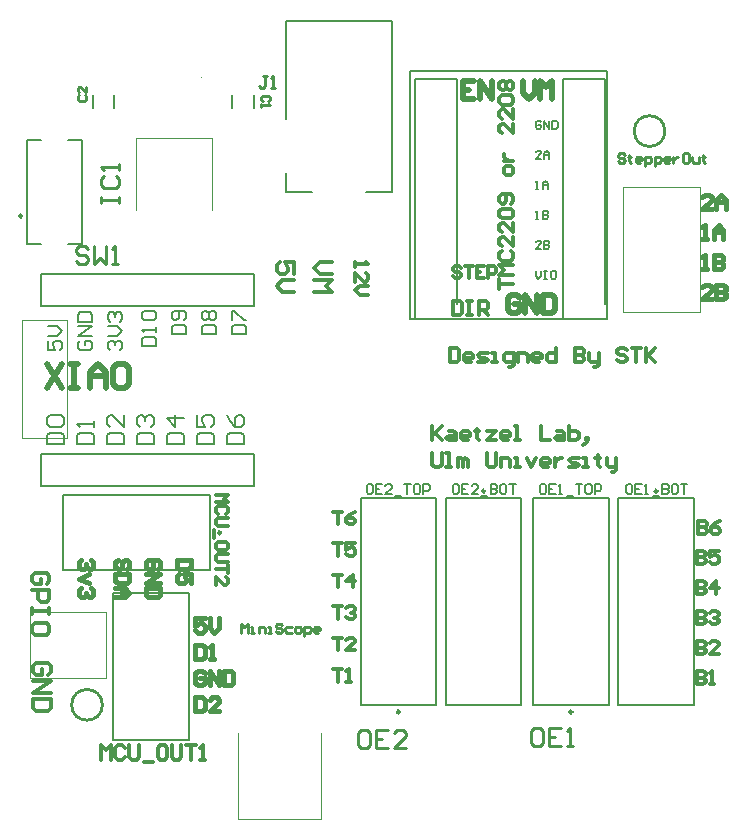
<source format=gbr>
%TF.GenerationSoftware,Altium Limited,Altium Designer,22.7.1 (60)*%
G04 Layer_Color=65535*
%FSLAX45Y45*%
%MOMM*%
%TF.SameCoordinates,61DBAAF2-DE87-4E8A-AD11-02536D302051*%
%TF.FilePolarity,Positive*%
%TF.FileFunction,Legend,Top*%
%TF.Part,Single*%
G01*
G75*
%TA.AperFunction,NonConductor*%
%ADD59C,0.25000*%
%ADD60C,0.06800*%
%ADD61C,0.20000*%
%ADD62C,0.25400*%
%ADD63C,0.10000*%
%ADD64C,0.35000*%
%ADD65C,0.40000*%
%ADD66C,0.30000*%
%ADD67C,0.50000*%
D59*
X764858Y5505500D02*
G03*
X764858Y5505500I-12500J0D01*
G01*
X1868535Y2391250D02*
G03*
X1868535Y2391250I-12500J0D01*
G01*
X2447535Y2823251D02*
G03*
X2447535Y2823251I-12500J0D01*
G01*
X4684476Y3175485D02*
G03*
X4684476Y3175485I-12500J0D01*
G01*
X3962160Y1305485D02*
G03*
X3962160Y1305485I-12500J0D01*
G01*
X5422660D02*
G03*
X5422660Y1305485I-12500J0D01*
G01*
X6144976Y3175485D02*
G03*
X6144976Y3175485I-12500J0D01*
G01*
D60*
X2281084Y6679849D02*
G03*
X2281084Y6673049I0J-3400D01*
G01*
D02*
G03*
X2281084Y6679849I0J3400D01*
G01*
D61*
X2942284Y1985749D02*
G03*
X2942284Y1975749I0J-5000D01*
G01*
D02*
G03*
X2942284Y1985749I0J5000D01*
G01*
D02*
G03*
X2942284Y1975749I0J-5000D01*
G01*
X4048904Y6735060D02*
X5715194D01*
X4048904Y4635060D02*
X5715194D01*
X4048904D02*
Y6735060D01*
X5715194Y4635060D02*
Y6735060D01*
X1542358Y6532000D02*
X1542359Y6422000D01*
X1362358Y6532000D02*
X1362358Y6422000D01*
X2725250Y6422000D02*
Y6532000D01*
X2545250Y6422000D02*
Y6532000D01*
X1154858Y5265500D02*
X1274858Y5265501D01*
X1274858Y6145500D02*
X1274858Y5265501D01*
X1154858Y6145500D02*
X1274858D01*
X804858Y5265501D02*
X924858D01*
X804858Y6145501D02*
X924858Y6145500D01*
X804858Y5265501D02*
Y6145501D01*
X5695960Y6667501D02*
X5695961Y4762500D01*
X5339961Y6667499D02*
X5695960Y6667501D01*
X5339961Y6667499D02*
X5339961Y4635501D01*
X5517961Y4635500D01*
X4443961Y6667501D02*
X4443962Y4762499D01*
X4087960Y6667499D02*
X4443961Y6667501D01*
X4087960Y6667499D02*
X4087962Y4635500D01*
X4265960Y4635499D01*
X2994785Y5866001D02*
X2994785Y5706001D01*
Y7156001D02*
X2994786Y6326001D01*
X2994785Y5706001D02*
X3214785Y5706000D01*
X3674785Y5706002D02*
X3894785Y5706002D01*
X2994785Y7156001D02*
X3894785D01*
X3894785Y5706002D02*
X3894785Y7156001D01*
X1533534Y1063749D02*
X2173535Y1063750D01*
X2173536Y2313751D01*
X1533535Y2313751D02*
X2173536Y2313751D01*
X1533534Y1063749D02*
X1533535Y2313751D01*
X1107535Y3145751D02*
X2357535Y3145750D01*
X2357535Y2505750D02*
X2357535Y3145750D01*
X1107535Y2505750D02*
X2357535Y2505750D01*
X1107535Y2505750D02*
Y3145751D01*
X920800Y3216940D02*
X2728800D01*
X920800D02*
Y3485940D01*
X2728800Y3485940D01*
X2728800Y3216940D02*
X2728800Y3485940D01*
X920800Y4741767D02*
X2728800D01*
X920800D02*
X920801Y5010767D01*
X2728800Y5010767D01*
X2728800Y4741767D01*
X4351975Y1365485D02*
Y3115485D01*
X4991976D01*
Y1365485D02*
Y3115485D01*
X4351975Y1365485D02*
X4991976D01*
X4269661Y1365484D02*
X4269661Y3115484D01*
X3629660Y1365485D02*
X4269661Y1365484D01*
X3629660Y1365485D02*
Y3115485D01*
X4269661Y3115484D01*
X5730161Y1365484D02*
X5730161Y3115484D01*
X5090160Y1365485D02*
X5730161Y1365484D01*
X5090160Y1365485D02*
Y3115485D01*
X5730161Y3115484D01*
X5812475Y1365485D02*
Y3115485D01*
X6452476D01*
Y1365485D02*
Y3115485D01*
X5812475Y1365485D02*
X6452476D01*
X5112034Y5481000D02*
X5135360D01*
X5123697D01*
Y5550977D01*
X5112034Y5539315D01*
X5170349Y5550977D02*
Y5481000D01*
X5205338D01*
X5217001Y5492663D01*
Y5504326D01*
X5205338Y5515989D01*
X5170349D01*
X5205338D01*
X5217001Y5527652D01*
Y5539315D01*
X5205338Y5550977D01*
X5170349D01*
X5158686Y5227000D02*
X5112034D01*
X5158686Y5273652D01*
Y5285315D01*
X5147023Y5296977D01*
X5123697D01*
X5112034Y5285315D01*
X5182012Y5296977D02*
Y5227000D01*
X5217001D01*
X5228664Y5238663D01*
Y5250326D01*
X5217001Y5261989D01*
X5182012D01*
X5217001D01*
X5228664Y5273652D01*
Y5285315D01*
X5217001Y5296977D01*
X5182012D01*
X5112034Y5042977D02*
Y4996326D01*
X5135360Y4973000D01*
X5158686Y4996326D01*
Y5042977D01*
X5182012D02*
X5205338D01*
X5193675D01*
Y4973000D01*
X5182012D01*
X5205338D01*
X5275315Y5042977D02*
X5251989D01*
X5240327Y5031315D01*
Y4984663D01*
X5251989Y4973000D01*
X5275315D01*
X5286978Y4984663D01*
Y5031315D01*
X5275315Y5042977D01*
X5112034Y5735000D02*
X5135360D01*
X5123697D01*
Y5804977D01*
X5112034Y5793315D01*
X5170349Y5735000D02*
Y5781652D01*
X5193675Y5804977D01*
X5217001Y5781652D01*
Y5735000D01*
Y5769989D01*
X5170349D01*
X5158686Y5989000D02*
X5112034D01*
X5158686Y6035652D01*
Y6047315D01*
X5147023Y6058977D01*
X5123697D01*
X5112034Y6047315D01*
X5182012Y5989000D02*
Y6035652D01*
X5205338Y6058977D01*
X5228664Y6035652D01*
Y5989000D01*
Y6023989D01*
X5182012D01*
X5158686Y6301315D02*
X5147023Y6312977D01*
X5123697D01*
X5112034Y6301315D01*
Y6254663D01*
X5123697Y6243000D01*
X5147023D01*
X5158686Y6254663D01*
Y6277989D01*
X5135360D01*
X5182012Y6243000D02*
Y6312977D01*
X5228664Y6243000D01*
Y6312977D01*
X5251989D02*
Y6243000D01*
X5286978D01*
X5298641Y6254663D01*
Y6301315D01*
X5286978Y6312977D01*
X5251989D01*
X2495398Y3571257D02*
X2645350D01*
Y3646233D01*
X2620358Y3671225D01*
X2520390D01*
X2495398Y3646233D01*
Y3571257D01*
Y3821176D02*
X2520390Y3771193D01*
X2570374Y3721209D01*
X2620358D01*
X2645350Y3746201D01*
Y3796184D01*
X2620358Y3821176D01*
X2595366D01*
X2570374Y3796184D01*
Y3721209D01*
X2241399Y3571257D02*
X2391350D01*
Y3646233D01*
X2366358Y3671225D01*
X2266390D01*
X2241399Y3646233D01*
Y3571257D01*
Y3821176D02*
Y3721208D01*
X2316374D01*
X2291383Y3771192D01*
Y3796184D01*
X2316374Y3821176D01*
X2366358D01*
X2391350Y3796184D01*
Y3746200D01*
X2366358Y3721208D01*
X1987399Y3571257D02*
X2137350D01*
Y3646233D01*
X2112358Y3671225D01*
X2012390D01*
X1987399Y3646233D01*
Y3571257D01*
X2137350Y3796184D02*
X1987399D01*
X2062374Y3721208D01*
Y3821176D01*
X1733399Y3571257D02*
X1883350D01*
Y3646233D01*
X1858358Y3671225D01*
X1758390D01*
X1733399Y3646233D01*
Y3571257D01*
X1758390Y3721208D02*
X1733399Y3746200D01*
Y3796184D01*
X1758390Y3821176D01*
X1783383D01*
X1808374Y3796184D01*
Y3771192D01*
Y3796184D01*
X1833366Y3821176D01*
X1858358D01*
X1883350Y3796184D01*
Y3746200D01*
X1858358Y3721208D01*
X1479398Y3571257D02*
X1629350D01*
Y3646232D01*
X1604358Y3671224D01*
X1504390D01*
X1479398Y3646232D01*
Y3571257D01*
X1629350Y3821176D02*
Y3721208D01*
X1529382Y3821176D01*
X1504390D01*
X1479398Y3796184D01*
Y3746200D01*
X1504390Y3721208D01*
X1225399Y3571257D02*
X1375350D01*
Y3646233D01*
X1350358Y3671225D01*
X1250390D01*
X1225399Y3646233D01*
Y3571257D01*
X1375350Y3721208D02*
Y3771192D01*
Y3746200D01*
X1225399D01*
X1250390Y3721208D01*
X971399Y3571257D02*
X1121351D01*
Y3646233D01*
X1096359Y3671225D01*
X996391D01*
X971399Y3646233D01*
Y3571257D01*
X996391Y3721209D02*
X971399Y3746201D01*
Y3796184D01*
X996391Y3821176D01*
X1096359D01*
X1121351Y3796184D01*
Y3746201D01*
X1096359Y3721209D01*
X996391D01*
X2539073Y4501468D02*
X2659034D01*
Y4561448D01*
X2639041Y4581442D01*
X2559067D01*
X2539073Y4561448D01*
Y4501468D01*
Y4621429D02*
Y4701403D01*
X2559067D01*
X2639041Y4621429D01*
X2659034D01*
X2285073Y4501468D02*
X2405035D01*
Y4561448D01*
X2385041Y4581442D01*
X2305067D01*
X2285073Y4561448D01*
Y4501468D01*
X2305067Y4621429D02*
X2285073Y4641423D01*
Y4681409D01*
X2305067Y4701403D01*
X2325060D01*
X2345054Y4681409D01*
X2365048Y4701403D01*
X2385041D01*
X2405035Y4681409D01*
Y4641423D01*
X2385041Y4621429D01*
X2365048D01*
X2345054Y4641423D01*
X2325060Y4621429D01*
X2305067D01*
X2345054Y4641423D02*
Y4681409D01*
X2031073Y4501468D02*
X2151035D01*
Y4561448D01*
X2131041Y4581442D01*
X2051067D01*
X2031073Y4561448D01*
Y4501468D01*
X2131041Y4621429D02*
X2151035Y4641423D01*
Y4681409D01*
X2131041Y4701403D01*
X2051067D01*
X2031073Y4681409D01*
Y4641423D01*
X2051067Y4621429D01*
X2071060D01*
X2091054Y4641423D01*
Y4701403D01*
X1777073Y4401500D02*
X1897034D01*
Y4461480D01*
X1877041Y4481474D01*
X1797067D01*
X1777073Y4461480D01*
Y4401500D01*
X1897034Y4521461D02*
Y4561448D01*
Y4541454D01*
X1777073D01*
X1797067Y4521461D01*
Y4621429D02*
X1777073Y4641422D01*
Y4681409D01*
X1797067Y4701403D01*
X1877041D01*
X1897034Y4681409D01*
Y4641422D01*
X1877041Y4621429D01*
X1797067D01*
X1511317Y4369750D02*
X1491323Y4389743D01*
Y4429730D01*
X1511317Y4449724D01*
X1531310D01*
X1551304Y4429730D01*
Y4409737D01*
Y4429730D01*
X1571297Y4449724D01*
X1591291D01*
X1611284Y4429730D01*
Y4389743D01*
X1591291Y4369750D01*
X1491323Y4489711D02*
X1571297D01*
X1611284Y4529698D01*
X1571297Y4569685D01*
X1491323D01*
X1511317Y4609672D02*
X1491323Y4629666D01*
Y4669653D01*
X1511317Y4689646D01*
X1531310D01*
X1551304Y4669653D01*
Y4649659D01*
Y4669653D01*
X1571297Y4689646D01*
X1591291D01*
X1611284Y4669653D01*
Y4629666D01*
X1591291Y4609672D01*
X1257317Y4449724D02*
X1237323Y4429730D01*
Y4389743D01*
X1257317Y4369750D01*
X1337291D01*
X1357284Y4389743D01*
Y4429730D01*
X1337291Y4449724D01*
X1297304D01*
Y4409737D01*
X1357284Y4489711D02*
X1237323D01*
X1357284Y4569685D01*
X1237323D01*
Y4609672D02*
X1357284D01*
Y4669653D01*
X1337291Y4689646D01*
X1257317D01*
X1237323Y4669653D01*
Y4609672D01*
X983323Y4449724D02*
Y4369750D01*
X1043304D01*
X1023310Y4409737D01*
Y4429730D01*
X1043304Y4449724D01*
X1083291D01*
X1103284Y4429730D01*
Y4389743D01*
X1083291Y4369750D01*
X983323Y4489711D02*
X1063297D01*
X1103284Y4529698D01*
X1063297Y4569685D01*
X983323D01*
X3720389Y3231280D02*
X3693730D01*
X3680401Y3217951D01*
Y3164635D01*
X3693730Y3151306D01*
X3720389D01*
X3733717Y3164635D01*
Y3217951D01*
X3720389Y3231280D01*
X3813692D02*
X3760376D01*
Y3151306D01*
X3813692D01*
X3760376Y3191293D02*
X3787034D01*
X3893666Y3151306D02*
X3840350D01*
X3893666Y3204622D01*
Y3217951D01*
X3880337Y3231280D01*
X3853679D01*
X3840350Y3217951D01*
X3920324Y3137976D02*
X3973640D01*
X4000298Y3231280D02*
X4053614D01*
X4026956D01*
Y3151306D01*
X4120259Y3231280D02*
X4093601D01*
X4080272Y3217951D01*
Y3164635D01*
X4093601Y3151306D01*
X4120259D01*
X4133588Y3164635D01*
Y3217951D01*
X4120259Y3231280D01*
X4160246Y3151306D02*
Y3231280D01*
X4200234D01*
X4213563Y3217951D01*
Y3191293D01*
X4200234Y3177964D01*
X4160246D01*
X4450040Y3231280D02*
X4423382D01*
X4410053Y3217951D01*
Y3164635D01*
X4423382Y3151306D01*
X4450040D01*
X4463369Y3164635D01*
Y3217951D01*
X4450040Y3231280D01*
X4543343D02*
X4490027D01*
Y3151306D01*
X4543343D01*
X4490027Y3191293D02*
X4516685D01*
X4623317Y3151306D02*
X4570001D01*
X4623317Y3204622D01*
Y3217951D01*
X4609988Y3231280D01*
X4583330D01*
X4570001Y3217951D01*
X4649975Y3137976D02*
X4703291D01*
X4729949Y3231280D02*
Y3151306D01*
X4769937D01*
X4783266Y3164635D01*
Y3177964D01*
X4769937Y3191293D01*
X4729949D01*
X4769937D01*
X4783266Y3204622D01*
Y3217951D01*
X4769937Y3231280D01*
X4729949D01*
X4849911D02*
X4823253D01*
X4809924Y3217951D01*
Y3164635D01*
X4823253Y3151306D01*
X4849911D01*
X4863240Y3164635D01*
Y3217951D01*
X4849911Y3231280D01*
X4889898D02*
X4943214D01*
X4916556D01*
Y3151306D01*
X5917204Y3231280D02*
X5890546D01*
X5877217Y3217951D01*
Y3164635D01*
X5890546Y3151306D01*
X5917204D01*
X5930533Y3164635D01*
Y3217951D01*
X5917204Y3231280D01*
X6010507D02*
X5957191D01*
Y3151306D01*
X6010507D01*
X5957191Y3191293D02*
X5983849D01*
X6037165Y3151306D02*
X6063824D01*
X6050495D01*
Y3231280D01*
X6037165Y3217951D01*
X6103811Y3137976D02*
X6157127D01*
X6183785Y3231280D02*
Y3151306D01*
X6223772D01*
X6237101Y3164635D01*
Y3177964D01*
X6223772Y3191293D01*
X6183785D01*
X6223772D01*
X6237101Y3204622D01*
Y3217951D01*
X6223772Y3231280D01*
X6183785D01*
X6303746D02*
X6277088D01*
X6263759Y3217951D01*
Y3164635D01*
X6277088Y3151306D01*
X6303746D01*
X6317075Y3164635D01*
Y3217951D01*
X6303746Y3231280D01*
X6343733D02*
X6397049D01*
X6370391D01*
Y3151306D01*
X5187553Y3231280D02*
X5160895D01*
X5147566Y3217951D01*
Y3164635D01*
X5160895Y3151306D01*
X5187553D01*
X5200882Y3164635D01*
Y3217951D01*
X5187553Y3231280D01*
X5280856D02*
X5227540D01*
Y3151306D01*
X5280856D01*
X5227540Y3191293D02*
X5254198D01*
X5307514Y3151306D02*
X5334172D01*
X5320843D01*
Y3231280D01*
X5307514Y3217951D01*
X5374159Y3137976D02*
X5427476D01*
X5454134Y3231280D02*
X5507450D01*
X5480792D01*
Y3151306D01*
X5574095Y3231280D02*
X5547437D01*
X5534108Y3217951D01*
Y3164635D01*
X5547437Y3151306D01*
X5574095D01*
X5587424Y3164635D01*
Y3217951D01*
X5574095Y3231280D01*
X5614082Y3151306D02*
Y3231280D01*
X5654069D01*
X5667398Y3217951D01*
Y3191293D01*
X5654069Y3177964D01*
X5614082D01*
D62*
X1443785Y1365250D02*
G03*
X1443785Y1365250I-130000J0D01*
G01*
X6206285Y6223000D02*
G03*
X6206285Y6223000I-130000J0D01*
G01*
X1246674Y6528837D02*
X1235011Y6517174D01*
Y6493848D01*
X1246674Y6482185D01*
X1293325D01*
X1304988Y6493848D01*
Y6517174D01*
X1293325Y6528837D01*
X1304988Y6598815D02*
Y6552163D01*
X1258337Y6598815D01*
X1246674D01*
X1235011Y6587152D01*
Y6563826D01*
X1246674Y6552163D01*
X1320825Y5226033D02*
X1295433Y5251425D01*
X1244650D01*
X1219258Y5226033D01*
Y5200642D01*
X1244650Y5175250D01*
X1295433D01*
X1320825Y5149858D01*
Y5124467D01*
X1295433Y5099075D01*
X1244650D01*
X1219258Y5124467D01*
X1371608Y5251425D02*
Y5099075D01*
X1422392Y5149858D01*
X1473176Y5099075D01*
Y5251425D01*
X1523959Y5099075D02*
X1574743D01*
X1549351D01*
Y5251425D01*
X1523959Y5226033D01*
X3683042Y1155675D02*
X3632259D01*
X3606867Y1130283D01*
Y1028717D01*
X3632259Y1003325D01*
X3683042D01*
X3708434Y1028717D01*
Y1130283D01*
X3683042Y1155675D01*
X3860785D02*
X3759218D01*
Y1003325D01*
X3860785D01*
X3759218Y1079500D02*
X3810001D01*
X4013135Y1003325D02*
X3911568D01*
X4013135Y1104892D01*
Y1130283D01*
X3987744Y1155675D01*
X3936960D01*
X3911568Y1130283D01*
X5865655Y6021048D02*
X5852326Y6034377D01*
X5825668D01*
X5812339Y6021048D01*
Y6007719D01*
X5825668Y5994390D01*
X5852326D01*
X5865655Y5981061D01*
Y5967732D01*
X5852326Y5954403D01*
X5825668D01*
X5812339Y5967732D01*
X5905642Y6021048D02*
Y6007719D01*
X5892313D01*
X5918971D01*
X5905642D01*
Y5967732D01*
X5918971Y5954403D01*
X5998945D02*
X5972287D01*
X5958958Y5967732D01*
Y5994390D01*
X5972287Y6007719D01*
X5998945D01*
X6012274Y5994390D01*
Y5981061D01*
X5958958D01*
X6038932Y5927745D02*
Y6007719D01*
X6078920D01*
X6092248Y5994390D01*
Y5967732D01*
X6078920Y5954403D01*
X6038932D01*
X6118906Y5927745D02*
Y6007719D01*
X6158894D01*
X6172223Y5994390D01*
Y5967732D01*
X6158894Y5954403D01*
X6118906D01*
X6238868D02*
X6212210D01*
X6198881Y5967732D01*
Y5994390D01*
X6212210Y6007719D01*
X6238868D01*
X6252197Y5994390D01*
Y5981061D01*
X6198881D01*
X6278855Y6007719D02*
Y5954403D01*
Y5981061D01*
X6292184Y5994390D01*
X6305513Y6007719D01*
X6318842D01*
X6398816Y6034377D02*
X6372158D01*
X6358829Y6021048D01*
Y5967732D01*
X6372158Y5954403D01*
X6398816D01*
X6412145Y5967732D01*
Y6021048D01*
X6398816Y6034377D01*
X6438803Y6007719D02*
Y5967732D01*
X6452132Y5954403D01*
X6492119D01*
Y6007719D01*
X6532107Y6021048D02*
Y6007719D01*
X6518777D01*
X6545435D01*
X6532107D01*
Y5967732D01*
X6545435Y5954403D01*
X2619524Y1973592D02*
Y2053566D01*
X2646182Y2026908D01*
X2672840Y2053566D01*
Y1973592D01*
X2699498D02*
X2726156D01*
X2712827D01*
Y2026908D01*
X2699498D01*
X2766144Y1973592D02*
Y2026908D01*
X2806131D01*
X2819460Y2013579D01*
Y1973592D01*
X2846118D02*
X2872776D01*
X2859447D01*
Y2026908D01*
X2846118D01*
X2966079Y2040237D02*
X2952750Y2053566D01*
X2926092D01*
X2912763Y2040237D01*
Y2026908D01*
X2926092Y2013579D01*
X2952750D01*
X2966079Y2000250D01*
Y1986921D01*
X2952750Y1973592D01*
X2926092D01*
X2912763Y1986921D01*
X3046053Y2026908D02*
X3006066D01*
X2992737Y2013579D01*
Y1986921D01*
X3006066Y1973592D01*
X3046053D01*
X3086041D02*
X3112699D01*
X3126028Y1986921D01*
Y2013579D01*
X3112699Y2026908D01*
X3086041D01*
X3072711Y2013579D01*
Y1986921D01*
X3086041Y1973592D01*
X3152686Y1946934D02*
Y2026908D01*
X3192673D01*
X3206002Y2013579D01*
Y1986921D01*
X3192673Y1973592D01*
X3152686D01*
X3272647D02*
X3245989D01*
X3232660Y1986921D01*
Y2013579D01*
X3245989Y2026908D01*
X3272647D01*
X3285976Y2013579D01*
Y2000250D01*
X3232660D01*
X2837785Y6685734D02*
X2804462D01*
X2821123D01*
Y6602427D01*
X2804462Y6585766D01*
X2787801D01*
X2771139Y6602427D01*
X2871107Y6585766D02*
X2904430D01*
X2887769D01*
Y6685734D01*
X2871107Y6669073D01*
X1434359Y5618202D02*
Y5668985D01*
Y5643594D01*
X1586710D01*
Y5618202D01*
Y5668985D01*
X1459751Y5846728D02*
X1434359Y5821336D01*
Y5770553D01*
X1459751Y5745161D01*
X1561318D01*
X1586710Y5770553D01*
Y5821336D01*
X1561318Y5846728D01*
X1586710Y5897511D02*
Y5948295D01*
Y5922903D01*
X1434359D01*
X1459751Y5897511D01*
X2849076Y6477000D02*
X2860739Y6488663D01*
Y6511988D01*
X2849076Y6523651D01*
X2802424D01*
X2790761Y6511988D01*
Y6488663D01*
X2802424Y6477000D01*
X2790761Y6453674D02*
Y6430348D01*
Y6442011D01*
X2860739D01*
X2849076Y6453674D01*
X5147096Y1170512D02*
X5096313D01*
X5070921Y1145120D01*
Y1043553D01*
X5096313Y1018161D01*
X5147096D01*
X5172488Y1043553D01*
Y1145120D01*
X5147096Y1170512D01*
X5324839D02*
X5223272D01*
Y1018161D01*
X5324839D01*
X5223272Y1094336D02*
X5274055D01*
X5375622Y1018161D02*
X5426406D01*
X5401014D01*
Y1170512D01*
X5375622Y1145120D01*
D63*
X1144379Y3624102D02*
Y4624103D01*
X763379Y3624102D02*
Y4624103D01*
X1144379D01*
X763379Y3624102D02*
X1144379D01*
X5853888Y4688061D02*
X5853888Y5750061D01*
X6503888D01*
X6503889Y4688061D01*
X5853888D02*
X6503889D01*
X1725285Y5558248D02*
X1725285Y6168250D01*
X2375282Y6168249D01*
X2375285Y5558250D01*
X2592284Y1130750D02*
X2592285Y395750D01*
X3292285D01*
X3292284Y1130750D02*
X3292285Y395750D01*
X828108Y2150250D02*
X1478109D01*
X828108Y1596250D02*
X828108Y2150250D01*
X828108Y1596250D02*
X1478108Y1596250D01*
X1478109Y2150250D01*
D64*
X4384750Y4385948D02*
Y4265987D01*
X4444730D01*
X4464724Y4285980D01*
Y4365954D01*
X4444730Y4385948D01*
X4384750D01*
X4564691Y4265987D02*
X4524704D01*
X4504711Y4285980D01*
Y4325967D01*
X4524704Y4345961D01*
X4564691D01*
X4584685Y4325967D01*
Y4305974D01*
X4504711D01*
X4624672Y4265987D02*
X4684653D01*
X4704646Y4285980D01*
X4684653Y4305974D01*
X4644666D01*
X4624672Y4325967D01*
X4644666Y4345961D01*
X4704646D01*
X4744633Y4265987D02*
X4784620D01*
X4764627D01*
Y4345961D01*
X4744633D01*
X4884588Y4226000D02*
X4904582D01*
X4924575Y4245993D01*
Y4345961D01*
X4864595D01*
X4844601Y4325967D01*
Y4285980D01*
X4864595Y4265987D01*
X4924575D01*
X4964562D02*
Y4345961D01*
X5024543D01*
X5044536Y4325967D01*
Y4265987D01*
X5144504D02*
X5104517D01*
X5084523Y4285980D01*
Y4325967D01*
X5104517Y4345961D01*
X5144504D01*
X5164497Y4325967D01*
Y4305974D01*
X5084523D01*
X5284459Y4385948D02*
Y4265987D01*
X5224478D01*
X5204484Y4285980D01*
Y4325967D01*
X5224478Y4345961D01*
X5284459D01*
X5444407Y4385948D02*
Y4265987D01*
X5504387D01*
X5524381Y4285980D01*
Y4305974D01*
X5504387Y4325967D01*
X5444407D01*
X5504387D01*
X5524381Y4345961D01*
Y4365954D01*
X5504387Y4385948D01*
X5444407D01*
X5564368Y4345961D02*
Y4285980D01*
X5584361Y4265987D01*
X5644342D01*
Y4245993D01*
X5624348Y4226000D01*
X5604355D01*
X5644342Y4265987D02*
Y4345961D01*
X5884264Y4365954D02*
X5864271Y4385948D01*
X5824284D01*
X5804290Y4365954D01*
Y4345961D01*
X5824284Y4325967D01*
X5864271D01*
X5884264Y4305974D01*
Y4285980D01*
X5864271Y4265987D01*
X5824284D01*
X5804290Y4285980D01*
X5924251Y4385948D02*
X6004225D01*
X5964238D01*
Y4265987D01*
X6044212Y4385948D02*
Y4265987D01*
Y4305974D01*
X6124187Y4385948D01*
X6064206Y4325967D01*
X6124187Y4265987D01*
X4236590Y3724900D02*
Y3604939D01*
Y3644926D01*
X4316564Y3724900D01*
X4256584Y3664920D01*
X4316564Y3604939D01*
X4376545Y3684913D02*
X4416532D01*
X4436525Y3664920D01*
Y3604939D01*
X4376545D01*
X4356551Y3624933D01*
X4376545Y3644926D01*
X4436525D01*
X4536493Y3604939D02*
X4496506D01*
X4476512Y3624933D01*
Y3664920D01*
X4496506Y3684913D01*
X4536493D01*
X4556486Y3664920D01*
Y3644926D01*
X4476512D01*
X4616467Y3704907D02*
Y3684913D01*
X4596473D01*
X4636460D01*
X4616467D01*
Y3624933D01*
X4636460Y3604939D01*
X4696441Y3684913D02*
X4776415D01*
X4696441Y3604939D01*
X4776415D01*
X4876383D02*
X4836396D01*
X4816402Y3624933D01*
Y3664920D01*
X4836396Y3684913D01*
X4876383D01*
X4896377Y3664920D01*
Y3644926D01*
X4816402D01*
X4936364Y3604939D02*
X4976350D01*
X4956357D01*
Y3724900D01*
X4936364D01*
X5156292D02*
Y3604939D01*
X5236267D01*
X5296247Y3684913D02*
X5336234D01*
X5356228Y3664920D01*
Y3604939D01*
X5296247D01*
X5276254Y3624933D01*
X5296247Y3644926D01*
X5356228D01*
X5396215Y3724900D02*
Y3604939D01*
X5456195D01*
X5476189Y3624933D01*
Y3644926D01*
Y3664920D01*
X5456195Y3684913D01*
X5396215D01*
X5536170Y3584946D02*
X5556163Y3604939D01*
Y3624933D01*
X5536170D01*
Y3604939D01*
X5556163D01*
X5536170Y3584946D01*
X5516176Y3564952D01*
X4236590Y3496948D02*
Y3396980D01*
X4256584Y3376987D01*
X4296571D01*
X4316564Y3396980D01*
Y3496948D01*
X4356551Y3376987D02*
X4396538D01*
X4376545D01*
Y3496948D01*
X4356551D01*
X4456519Y3376987D02*
Y3456961D01*
X4476513D01*
X4496506Y3436967D01*
Y3376987D01*
Y3436967D01*
X4516499Y3456961D01*
X4536493Y3436967D01*
Y3376987D01*
X4696441Y3496948D02*
Y3396980D01*
X4716435Y3376987D01*
X4756422D01*
X4776415Y3396980D01*
Y3496948D01*
X4816402Y3376987D02*
Y3456961D01*
X4876383D01*
X4896377Y3436967D01*
Y3376987D01*
X4936364D02*
X4976350D01*
X4956357D01*
Y3456961D01*
X4936364D01*
X5036331D02*
X5076318Y3376987D01*
X5116305Y3456961D01*
X5216273Y3376987D02*
X5176286D01*
X5156292Y3396980D01*
Y3436967D01*
X5176286Y3456961D01*
X5216273D01*
X5236267Y3436967D01*
Y3416974D01*
X5156292D01*
X5276254Y3456961D02*
Y3376987D01*
Y3416974D01*
X5296247Y3436967D01*
X5316241Y3456961D01*
X5336234D01*
X5396215Y3376987D02*
X5456195D01*
X5476189Y3396980D01*
X5456195Y3416974D01*
X5416208D01*
X5396215Y3436967D01*
X5416208Y3456961D01*
X5476189D01*
X5516176Y3376987D02*
X5556163D01*
X5536170D01*
Y3456961D01*
X5516176D01*
X5636137Y3476954D02*
Y3456961D01*
X5616144D01*
X5656131D01*
X5636137D01*
Y3396980D01*
X5656131Y3376987D01*
X5716112Y3456961D02*
Y3396980D01*
X5736105Y3376987D01*
X5796086D01*
Y3356993D01*
X5776092Y3337000D01*
X5756098D01*
X5796086Y3376987D02*
Y3456961D01*
D65*
X2191961Y2595250D02*
X2072000D01*
Y2535270D01*
X2091994Y2515276D01*
X2171968D01*
X2191961Y2535270D01*
Y2595250D01*
Y2395315D02*
Y2475289D01*
X2131980D01*
X2151974Y2435302D01*
Y2415308D01*
X2131980Y2395315D01*
X2091994D01*
X2072000Y2415308D01*
Y2455295D01*
X2091994Y2475289D01*
X1913253Y2515276D02*
X1933246Y2535270D01*
Y2575256D01*
X1913253Y2595250D01*
X1833279D01*
X1813285Y2575256D01*
Y2535270D01*
X1833279Y2515276D01*
X1873266D01*
Y2555263D01*
X1813285Y2475289D02*
X1933246D01*
X1813285Y2395315D01*
X1933246D01*
Y2355328D02*
X1813285D01*
Y2295347D01*
X1833279Y2275354D01*
X1913253D01*
X1933246Y2295347D01*
Y2355328D01*
X1652253Y2515276D02*
X1672246Y2535270D01*
Y2575256D01*
X1652253Y2595250D01*
X1632259D01*
X1612266Y2575256D01*
Y2535270D01*
X1592272Y2515276D01*
X1572279D01*
X1552285Y2535270D01*
Y2575256D01*
X1572279Y2595250D01*
X1672246Y2475289D02*
X1552285D01*
Y2415308D01*
X1572279Y2395315D01*
X1652253D01*
X1672246Y2415308D01*
Y2475289D01*
X1552285Y2355328D02*
X1632259D01*
X1672246Y2315341D01*
X1632259Y2275354D01*
X1552285D01*
X1612266D01*
Y2355328D01*
X1346468Y2595250D02*
X1366461Y2575256D01*
Y2535270D01*
X1346468Y2515276D01*
X1326474D01*
X1306480Y2535270D01*
Y2555263D01*
Y2535270D01*
X1286487Y2515276D01*
X1266494D01*
X1246500Y2535270D01*
Y2575256D01*
X1266494Y2595250D01*
X1326474Y2475289D02*
X1246500Y2435302D01*
X1326474Y2395315D01*
X1346468Y2355328D02*
X1366461Y2335334D01*
Y2295347D01*
X1346468Y2275354D01*
X1326474D01*
X1306480Y2295347D01*
Y2315341D01*
Y2295347D01*
X1286487Y2275354D01*
X1266494D01*
X1246500Y2295347D01*
Y2335334D01*
X1266494Y2355328D01*
X2310724Y2096711D02*
X2230750D01*
Y2036730D01*
X2270737Y2056724D01*
X2290730D01*
X2310724Y2036730D01*
Y1996744D01*
X2290730Y1976750D01*
X2250744D01*
X2230750Y1996744D01*
X2350711Y2096711D02*
Y2016737D01*
X2390698Y1976750D01*
X2430685Y2016737D01*
Y2096711D01*
X2230750Y1874461D02*
Y1754500D01*
X2290730D01*
X2310724Y1774494D01*
Y1854468D01*
X2290730Y1874461D01*
X2230750D01*
X2350711Y1754500D02*
X2390698D01*
X2370705D01*
Y1874461D01*
X2350711Y1854468D01*
X2310724Y1632218D02*
X2290730Y1652211D01*
X2250744D01*
X2230750Y1632218D01*
Y1552244D01*
X2250744Y1532250D01*
X2290730D01*
X2310724Y1552244D01*
Y1592230D01*
X2270737D01*
X2350711Y1532250D02*
Y1652211D01*
X2430685Y1532250D01*
Y1652211D01*
X2470672D02*
Y1532250D01*
X2530653D01*
X2550646Y1552244D01*
Y1632218D01*
X2530653Y1652211D01*
X2470672D01*
X2230750Y1429961D02*
Y1310000D01*
X2290730D01*
X2310724Y1329994D01*
Y1409968D01*
X2290730Y1429961D01*
X2230750D01*
X2430685Y1310000D02*
X2350711D01*
X2430685Y1389974D01*
Y1409968D01*
X2410692Y1429961D01*
X2370705D01*
X2350711Y1409968D01*
X6602573Y4801083D02*
X6522599D01*
X6602573Y4881057D01*
Y4901051D01*
X6582580Y4921044D01*
X6542593D01*
X6522599Y4901051D01*
X6642560Y4921044D02*
Y4801083D01*
X6702541D01*
X6722534Y4821077D01*
Y4841070D01*
X6702541Y4861064D01*
X6642560D01*
X6702541D01*
X6722534Y4881057D01*
Y4901051D01*
X6702541Y4921044D01*
X6642560D01*
X6522599Y5055083D02*
X6562586D01*
X6542593D01*
Y5175044D01*
X6522599Y5155051D01*
X6622567Y5175044D02*
Y5055083D01*
X6682547D01*
X6702541Y5075077D01*
Y5095070D01*
X6682547Y5115064D01*
X6622567D01*
X6682547D01*
X6702541Y5135057D01*
Y5155051D01*
X6682547Y5175044D01*
X6622567D01*
X6522599Y5309083D02*
X6562586D01*
X6542593D01*
Y5429044D01*
X6522599Y5409051D01*
X6622567Y5309083D02*
Y5389057D01*
X6662554Y5429044D01*
X6702541Y5389057D01*
Y5309083D01*
Y5369064D01*
X6622567D01*
X6602573Y5563083D02*
X6522599D01*
X6602573Y5643057D01*
Y5663051D01*
X6582580Y5683044D01*
X6542593D01*
X6522599Y5663051D01*
X6642560Y5563083D02*
Y5643057D01*
X6682547Y5683044D01*
X6722534Y5643057D01*
Y5563083D01*
Y5623064D01*
X6642560D01*
D66*
X4803039Y4887750D02*
Y4967724D01*
Y4927737D01*
X4923000D01*
Y5007711D02*
X4803039D01*
X4843026Y5047698D01*
X4803039Y5087685D01*
X4923000D01*
X4823032Y5207646D02*
X4803039Y5187653D01*
Y5147666D01*
X4823032Y5127672D01*
X4903006D01*
X4923000Y5147666D01*
Y5187653D01*
X4903006Y5207646D01*
X4923000Y5327607D02*
Y5247633D01*
X4843026Y5327607D01*
X4823032D01*
X4803039Y5307614D01*
Y5267627D01*
X4823032Y5247633D01*
X4923000Y5447568D02*
Y5367594D01*
X4843026Y5447568D01*
X4823032D01*
X4803039Y5427575D01*
Y5387588D01*
X4823032Y5367594D01*
Y5487555D02*
X4803039Y5507549D01*
Y5547536D01*
X4823032Y5567530D01*
X4903006D01*
X4923000Y5547536D01*
Y5507549D01*
X4903006Y5487555D01*
X4823032D01*
X4903006Y5607517D02*
X4923000Y5627510D01*
Y5667497D01*
X4903006Y5687491D01*
X4823032D01*
X4803039Y5667497D01*
Y5627510D01*
X4823032Y5607517D01*
X4843026D01*
X4863019Y5627510D01*
Y5687491D01*
X4923000Y5867433D02*
Y5907419D01*
X4903006Y5927413D01*
X4863019D01*
X4843026Y5907419D01*
Y5867433D01*
X4863019Y5847439D01*
X4903006D01*
X4923000Y5867433D01*
X4843026Y5967400D02*
X4923000D01*
X4883013D01*
X4863019Y5987394D01*
X4843026Y6007387D01*
Y6027381D01*
X4923000Y6287297D02*
Y6207322D01*
X4843026Y6287297D01*
X4823032D01*
X4803039Y6267303D01*
Y6227316D01*
X4823032Y6207322D01*
X4923000Y6407258D02*
Y6327284D01*
X4843026Y6407258D01*
X4823032D01*
X4803039Y6387264D01*
Y6347277D01*
X4823032Y6327284D01*
Y6447245D02*
X4803039Y6467238D01*
Y6507225D01*
X4823032Y6527219D01*
X4903006D01*
X4923000Y6507225D01*
Y6467238D01*
X4903006Y6447245D01*
X4823032D01*
Y6567206D02*
X4803039Y6587199D01*
Y6627186D01*
X4823032Y6647180D01*
X4843026D01*
X4863019Y6627186D01*
X4883013Y6647180D01*
X4903006D01*
X4923000Y6627186D01*
Y6587199D01*
X4903006Y6567206D01*
X4883013D01*
X4863019Y6587199D01*
X4843026Y6567206D01*
X4823032D01*
X4863019Y6587199D02*
Y6627186D01*
X3399528Y1935722D02*
X3472838D01*
X3436183D01*
Y1825758D01*
X3582802D02*
X3509492D01*
X3582802Y1899067D01*
Y1917395D01*
X3564475Y1935722D01*
X3527820D01*
X3509492Y1917395D01*
X3399528Y1669022D02*
X3472838D01*
X3436183D01*
Y1559058D01*
X3509492D02*
X3546147D01*
X3527820D01*
Y1669022D01*
X3509492Y1650695D01*
X3399528Y2735822D02*
X3472838D01*
X3436183D01*
Y2625858D01*
X3582802Y2735822D02*
X3509492D01*
Y2680840D01*
X3546147Y2699167D01*
X3564475D01*
X3582802Y2680840D01*
Y2644185D01*
X3564475Y2625858D01*
X3527820D01*
X3509492Y2644185D01*
X3399528Y2202422D02*
X3472838D01*
X3436183D01*
Y2092458D01*
X3509492Y2184095D02*
X3527820Y2202422D01*
X3564475D01*
X3582802Y2184095D01*
Y2165767D01*
X3564475Y2147440D01*
X3546147D01*
X3564475D01*
X3582802Y2129112D01*
Y2110785D01*
X3564475Y2092458D01*
X3527820D01*
X3509492Y2110785D01*
X3399528Y2469122D02*
X3472838D01*
X3436183D01*
Y2359158D01*
X3564475D02*
Y2469122D01*
X3509492Y2414140D01*
X3582802D01*
X3399528Y3002522D02*
X3472838D01*
X3436183D01*
Y2892558D01*
X3582802Y3002522D02*
X3546147Y2984195D01*
X3509492Y2947540D01*
Y2910885D01*
X3527820Y2892558D01*
X3564475D01*
X3582802Y2910885D01*
Y2929212D01*
X3564475Y2947540D01*
X3509492D01*
X6478118Y2668123D02*
Y2558159D01*
X6533100D01*
X6551428Y2576486D01*
Y2594813D01*
X6533100Y2613141D01*
X6478118D01*
X6533100D01*
X6551428Y2631468D01*
Y2649796D01*
X6533100Y2668123D01*
X6478118D01*
X6661392D02*
X6588082D01*
Y2613141D01*
X6624737Y2631468D01*
X6643065D01*
X6661392Y2613141D01*
Y2576486D01*
X6643065Y2558159D01*
X6606410D01*
X6588082Y2576486D01*
X6487742Y2922338D02*
Y2812373D01*
X6542724D01*
X6561051Y2830701D01*
Y2849028D01*
X6542724Y2867356D01*
X6487742D01*
X6542724D01*
X6561051Y2885683D01*
Y2904010D01*
X6542724Y2922338D01*
X6487742D01*
X6671016D02*
X6634361Y2904010D01*
X6597706Y2867356D01*
Y2830701D01*
X6616034Y2812373D01*
X6652688D01*
X6671016Y2830701D01*
Y2849028D01*
X6652688Y2867356D01*
X6597706D01*
X6478118Y1651265D02*
Y1541300D01*
X6533100D01*
X6551428Y1559628D01*
Y1577955D01*
X6533100Y1596283D01*
X6478118D01*
X6533100D01*
X6551428Y1614610D01*
Y1632937D01*
X6533100Y1651265D01*
X6478118D01*
X6588082Y1541300D02*
X6624737D01*
X6606410D01*
Y1651265D01*
X6588082Y1632937D01*
X6478118Y1905479D02*
Y1795515D01*
X6533100D01*
X6551428Y1813842D01*
Y1832170D01*
X6533100Y1850497D01*
X6478118D01*
X6533100D01*
X6551428Y1868825D01*
Y1887152D01*
X6533100Y1905479D01*
X6478118D01*
X6661392Y1795515D02*
X6588082D01*
X6661392Y1868825D01*
Y1887152D01*
X6643065Y1905479D01*
X6606410D01*
X6588082Y1887152D01*
X6478118Y2159694D02*
Y2049729D01*
X6533100D01*
X6551428Y2068057D01*
Y2086384D01*
X6533100Y2104712D01*
X6478118D01*
X6533100D01*
X6551428Y2123039D01*
Y2141367D01*
X6533100Y2159694D01*
X6478118D01*
X6588082Y2141367D02*
X6606410Y2159694D01*
X6643065D01*
X6661392Y2141367D01*
Y2123039D01*
X6643065Y2104712D01*
X6624737D01*
X6643065D01*
X6661392Y2086384D01*
Y2068057D01*
X6643065Y2049729D01*
X6606410D01*
X6588082Y2068057D01*
X6478118Y2413909D02*
Y2303944D01*
X6533100D01*
X6551428Y2322271D01*
Y2340599D01*
X6533100Y2358926D01*
X6478118D01*
X6533100D01*
X6551428Y2377254D01*
Y2395581D01*
X6533100Y2413909D01*
X6478118D01*
X6643065Y2303944D02*
Y2413909D01*
X6588082Y2358926D01*
X6661392D01*
X983068Y1616282D02*
X1008060Y1641274D01*
Y1691258D01*
X983068Y1716250D01*
X883100D01*
X858108Y1691258D01*
Y1641274D01*
X883100Y1616282D01*
X933084D01*
Y1666266D01*
X858108Y1566298D02*
X1008060D01*
X858108Y1466331D01*
X1008060D01*
Y1416347D02*
X858108D01*
Y1341371D01*
X883100Y1316379D01*
X983068D01*
X1008060Y1341371D01*
Y1416347D01*
X4411500Y4786818D02*
Y4666857D01*
X4471481D01*
X4491474Y4686851D01*
Y4766825D01*
X4471481Y4786818D01*
X4411500D01*
X4531461D02*
X4571448D01*
X4551455D01*
Y4666857D01*
X4531461D01*
X4571448D01*
X4631429D02*
Y4786818D01*
X4691409D01*
X4711403Y4766825D01*
Y4726838D01*
X4691409Y4706844D01*
X4631429D01*
X4671416D02*
X4711403Y4666857D01*
X4478145Y5066306D02*
X4461484Y5082968D01*
X4428161D01*
X4411500Y5066306D01*
Y5049645D01*
X4428161Y5032984D01*
X4461484D01*
X4478145Y5016322D01*
Y4999661D01*
X4461484Y4983000D01*
X4428161D01*
X4411500Y4999661D01*
X4511468Y5082968D02*
X4578113D01*
X4544790D01*
Y4983000D01*
X4678081Y5082968D02*
X4611436D01*
Y4983000D01*
X4678081D01*
X4611436Y5032984D02*
X4644758D01*
X4711403Y4983000D02*
Y5082968D01*
X4761387D01*
X4778048Y5066306D01*
Y5032984D01*
X4761387Y5016322D01*
X4711403D01*
X3585335Y5113500D02*
Y5076845D01*
Y5095173D01*
X3695299D01*
X3676972Y5113500D01*
X3585335Y4948553D02*
Y5021863D01*
X3658645Y4948553D01*
X3676972D01*
X3695299Y4966881D01*
Y5003536D01*
X3676972Y5021863D01*
X3695299Y4911898D02*
X3621990D01*
X3585335Y4875244D01*
X3621990Y4838589D01*
X3695299D01*
X3386037Y5113500D02*
X3286069D01*
X3236085Y5063516D01*
X3286069Y5013532D01*
X3386037D01*
X3236085Y4963548D02*
X3386037D01*
X3336053Y4913564D01*
X3386037Y4863581D01*
X3236085D01*
X3068537Y5013532D02*
Y5113500D01*
X2993561D01*
X3018553Y5063516D01*
Y5038524D01*
X2993561Y5013532D01*
X2943577D01*
X2918585Y5038524D01*
Y5088508D01*
X2943577Y5113500D01*
X3068537Y4963548D02*
X2968569D01*
X2918585Y4913564D01*
X2968569Y4863581D01*
X3068537D01*
X970734Y2384947D02*
X995726Y2409939D01*
Y2459923D01*
X970734Y2484915D01*
X870766D01*
X845774Y2459923D01*
Y2409939D01*
X870766Y2384947D01*
X920750D01*
Y2434931D01*
X845774Y2334964D02*
X995726D01*
Y2259988D01*
X970734Y2234996D01*
X920750D01*
X895758Y2259988D01*
Y2334964D01*
X995726Y2185012D02*
Y2135028D01*
Y2160020D01*
X845774D01*
Y2185012D01*
Y2135028D01*
X995726Y1985077D02*
Y2035061D01*
X970734Y2060053D01*
X870766D01*
X845774Y2035061D01*
Y1985077D01*
X870766Y1960085D01*
X970734D01*
X995726Y1985077D01*
X2405882Y3145460D02*
X2505850D01*
X2472527Y3112137D01*
X2505850Y3078815D01*
X2405882D01*
X2489189Y2978847D02*
X2505850Y2995508D01*
Y3028830D01*
X2489189Y3045492D01*
X2422544D01*
X2405882Y3028830D01*
Y2995508D01*
X2422544Y2978847D01*
X2505850Y2945524D02*
X2422544D01*
X2405882Y2928863D01*
Y2895540D01*
X2422544Y2878879D01*
X2505850D01*
X2389221Y2845556D02*
Y2778911D01*
X2505850Y2695604D02*
Y2728927D01*
X2489189Y2745588D01*
X2422544D01*
X2405882Y2728927D01*
Y2695604D01*
X2422544Y2678943D01*
X2489189D01*
X2505850Y2695604D01*
Y2645621D02*
X2422544D01*
X2405882Y2628959D01*
Y2595637D01*
X2422544Y2578976D01*
X2505850D01*
Y2545653D02*
Y2479008D01*
Y2512330D01*
X2405882D01*
Y2379040D02*
Y2445685D01*
X2472527Y2379040D01*
X2489189D01*
X2505850Y2395701D01*
Y2429024D01*
X2489189Y2445685D01*
X1433393Y902516D02*
Y1022478D01*
X1473380Y982491D01*
X1513367Y1022478D01*
Y902516D01*
X1633328Y1002484D02*
X1613334Y1022478D01*
X1573347D01*
X1553354Y1002484D01*
Y922510D01*
X1573347Y902516D01*
X1613334D01*
X1633328Y922510D01*
X1673315Y1022478D02*
Y922510D01*
X1693309Y902516D01*
X1733295D01*
X1753289Y922510D01*
Y1022478D01*
X1793276Y882523D02*
X1873250D01*
X1973218Y1022478D02*
X1933231D01*
X1913237Y1002484D01*
Y922510D01*
X1933231Y902516D01*
X1973218D01*
X1993211Y922510D01*
Y1002484D01*
X1973218Y1022478D01*
X2033198D02*
Y922510D01*
X2053192Y902516D01*
X2093179D01*
X2113173Y922510D01*
Y1022478D01*
X2153160D02*
X2233134D01*
X2193146D01*
Y902516D01*
X2273121D02*
X2313108D01*
X2293114D01*
Y1022478D01*
X2273121Y1002484D01*
D67*
X4593928Y6645201D02*
X4493961D01*
Y6495250D01*
X4593928D01*
X4493961Y6570226D02*
X4543945D01*
X4643912Y6495250D02*
Y6645201D01*
X4743880Y6495250D01*
Y6645201D01*
X4975967Y4810460D02*
X4950976Y4835451D01*
X4900992D01*
X4876000Y4810460D01*
Y4710492D01*
X4900992Y4685500D01*
X4950976D01*
X4975967Y4710492D01*
Y4760476D01*
X4925984D01*
X5025951Y4685500D02*
Y4835451D01*
X5125919Y4685500D01*
Y4835451D01*
X5175903D02*
Y4685500D01*
X5250878D01*
X5275870Y4710492D01*
Y4810460D01*
X5250878Y4835451D01*
X5175903D01*
X5003000Y6645201D02*
Y6545234D01*
X5052984Y6495250D01*
X5102967Y6545234D01*
Y6645201D01*
X5152951Y6495250D02*
Y6645201D01*
X5202935Y6595217D01*
X5252919Y6645201D01*
Y6495250D01*
X970750Y4250435D02*
X1104040Y4050500D01*
Y4250435D02*
X970750Y4050500D01*
X1170685Y4250435D02*
X1237331D01*
X1204008D01*
Y4050500D01*
X1170685D01*
X1237331D01*
X1337298D02*
Y4183790D01*
X1403943Y4250435D01*
X1470589Y4183790D01*
Y4050500D01*
Y4150468D01*
X1337298D01*
X1637202Y4250435D02*
X1570556D01*
X1537234Y4217113D01*
Y4083822D01*
X1570556Y4050500D01*
X1637202D01*
X1670524Y4083822D01*
Y4217113D01*
X1637202Y4250435D01*
%TF.MD5,b69eac7d21b2b770bbb2300d605857a1*%
M02*

</source>
